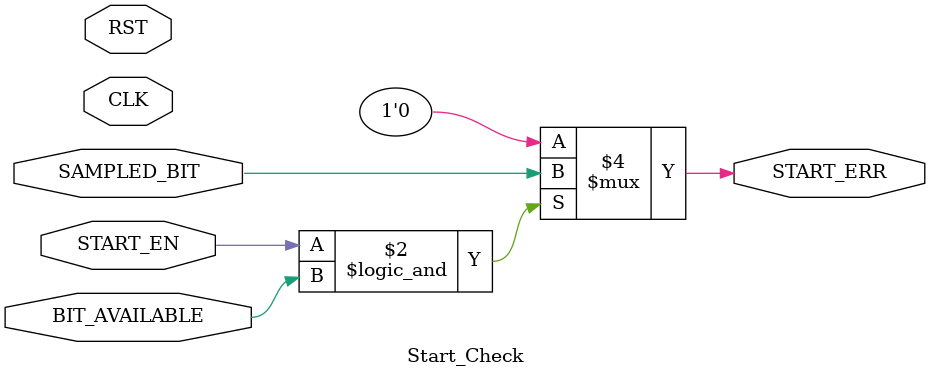
<source format=v>
module Start_Check (
    input CLK,RST,
	input START_EN,
	input SAMPLED_BIT,
    input BIT_AVAILABLE,

    output reg START_ERR	
);

always@(*)
begin

    if(START_EN && BIT_AVAILABLE)
	begin
	    START_ERR = SAMPLED_BIT; 
	end
	
	else
        START_ERR = 1'b0;	
end

endmodule
</source>
